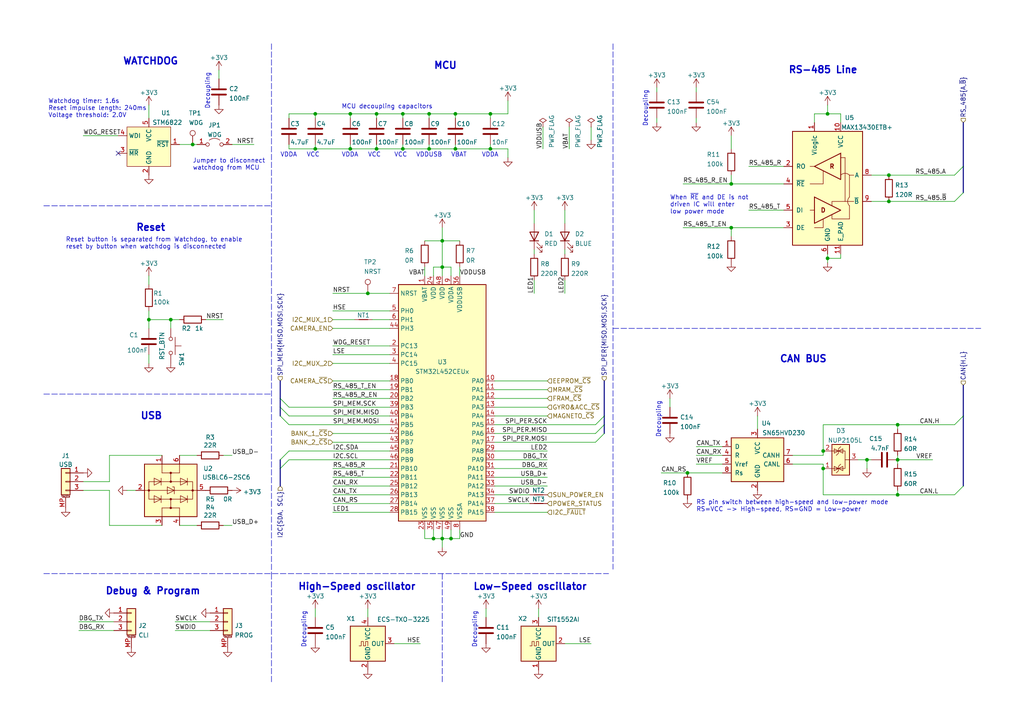
<source format=kicad_sch>
(kicad_sch (version 20211123) (generator eeschema)
  (paper "A4")
  (title_block (title "BUTCube - Flight controller") (date "2022-03-11") (rev "v1.0") (comment 1 "Author: Petr Malaník"))
  (lib_symbols
    (symbol "Connector:TestPoint" (pin_numbers hide) (pin_names (offset 0.762) hide)
      (property "Reference" "TP" (at 0 6.858 0))
      (property "Value" "TestPoint" (at 0 5.08 0))
      (symbol "TestPoint_1_1"
        (pin passive line (at 0 0 90) (length 2.54) (name "1") (number "1"))
      )
    )
    (symbol "Connector_Generic_MountingPin:Conn_01x03_MountingPin" (pin_names (offset 1.016) hide)
      (property "Reference" "J" (at 0 5.08 0))
      (property "Value" "Conn_01x03_MountingPin" (at 1.27 -5.08 0))
      (symbol "Conn_01x03_MountingPin_1_1"
        (text "Mounting" (at 0 -4.191 0) (effects (font (size 0.381 0.381))))
        (pin passive line (at -5.08 2.54 0) (length 3.81) (name "Pin_1") (number "1"))
        (pin passive line (at -5.08 0 0) (length 3.81) (name "Pin_2") (number "2"))
        (pin passive line (at -5.08 -2.54 0) (length 3.81) (name "Pin_3") (number "3"))
        (pin passive line (at 0 -7.62 90) (length 3.048) (name "MountPin") (number "MP"))
      )
    )
    (symbol "Device:C" (pin_numbers hide) (pin_names (offset 0.254))
      (property "Reference" "C" (at 0.635 2.54 0))
      (property "Value" "C" (at 0.635 -2.54 0))
      (symbol "C_1_1"
        (pin passive line (at 0 3.81 270) (length 2.794) (name "~") (number "1"))
        (pin passive line (at 0 -3.81 90) (length 2.794) (name "~") (number "2"))
      )
    )
    (symbol "Device:LED" (pin_numbers hide) (pin_names (offset 1.016) hide)
      (property "Reference" "D" (at 0 2.54 0))
      (property "Value" "LED" (at 0 -2.54 0))
      (symbol "LED_1_1"
        (pin passive line (at -3.81 0 0) (length 2.54) (name "K") (number "1"))
        (pin passive line (at 3.81 0 180) (length 2.54) (name "A") (number "2"))
      )
    )
    (symbol "Device:NetTie_2" (pin_numbers hide) (pin_names (offset 0) hide)
      (property "Reference" "NT" (at 0 1.27 0))
      (property "Value" "NetTie_2" (at 0 -1.27 0))
      (symbol "NetTie_2_1_1"
        (pin passive line (at -2.54 0 0) (length 2.54) (name "1") (number "1"))
        (pin passive line (at 2.54 0 180) (length 2.54) (name "2") (number "2"))
      )
    )
    (symbol "Device:R" (pin_numbers hide) (pin_names (offset 0))
      (property "Reference" "R" (at 2.032 0 90))
      (property "Value" "R" (at 0 0 90))
      (symbol "R_1_1"
        (pin passive line (at 0 3.81 270) (length 1.27) (name "~") (number "1"))
        (pin passive line (at 0 -3.81 90) (length 1.27) (name "~") (number "2"))
      )
    )
    (symbol "Interface_CAN_LIN:SN65HVD230" (pin_names (offset 1.016))
      (property "Reference" "U" (at -2.54 10.16 0))
      (property "Value" "SN65HVD230" (at -2.54 7.62 0))
      (symbol "SN65HVD230_1_1"
        (pin input line (at -10.16 2.54 0) (length 2.54) (name "D") (number "1"))
        (pin power_in line (at 0 -10.16 90) (length 2.54) (name "GND") (number "2"))
        (pin power_in line (at 0 7.62 270) (length 2.54) (name "VCC") (number "3"))
        (pin output line (at -10.16 0 0) (length 2.54) (name "R") (number "4"))
        (pin output line (at -10.16 -2.54 0) (length 2.54) (name "Vref") (number "5"))
        (pin bidirectional line (at 10.16 -2.54 180) (length 2.54) (name "CANL") (number "6"))
        (pin bidirectional line (at 10.16 0 180) (length 2.54) (name "CANH") (number "7"))
        (pin input line (at -10.16 -5.08 0) (length 2.54) (name "Rs") (number "8"))
      )
    )
    (symbol "Jumper:Jumper_2_Open" (pin_names (offset 0) hide)
      (property "Reference" "JP" (at 0 2.794 0))
      (property "Value" "Jumper_2_Open" (at 0 -2.286 0))
      (symbol "Jumper_2_Open_1_1"
        (pin passive line (at -5.08 0 0) (length 2.54) (name "A") (number "1"))
        (pin passive line (at 5.08 0 180) (length 2.54) (name "B") (number "2"))
      )
    )
    (symbol "LED_1" (pin_numbers hide) (pin_names (offset 1.016) hide)
      (property "Reference" "D" (at 0 2.54 0))
      (property "Value" "LED_1" (at 0 -2.54 0))
      (symbol "LED_1_1_1"
        (pin passive line (at -3.81 0 0) (length 2.54) (name "K") (number "1"))
        (pin passive line (at 3.81 0 180) (length 2.54) (name "A") (number "2"))
      )
    )
    (symbol "MCU_ST_STM32L4:STM32L452CEUx"
      (property "Reference" "U" (at -12.7 34.29 0))
      (property "Value" "STM32L452CEUx" (at 7.62 34.29 0))
      (symbol "STM32L452CEUx_1_1"
        (pin power_in line (at -5.08 35.56 270) (length 2.54) (name "VBAT") (number "1"))
        (pin bidirectional line (at 15.24 5.08 180) (length 2.54) (name "PA0") (number "10"))
        (pin bidirectional line (at 15.24 2.54 180) (length 2.54) (name "PA1") (number "11"))
        (pin bidirectional line (at 15.24 0 180) (length 2.54) (name "PA2") (number "12"))
        (pin bidirectional line (at 15.24 -2.54 180) (length 2.54) (name "PA3") (number "13"))
        (pin bidirectional line (at 15.24 -5.08 180) (length 2.54) (name "PA4") (number "14"))
        (pin bidirectional line (at 15.24 -7.62 180) (length 2.54) (name "PA5") (number "15"))
        (pin bidirectional line (at 15.24 -10.16 180) (length 2.54) (name "PA6") (number "16"))
        (pin bidirectional line (at 15.24 -12.7 180) (length 2.54) (name "PA7") (number "17"))
        (pin bidirectional line (at -15.24 5.08 0) (length 2.54) (name "PB0") (number "18"))
        (pin bidirectional line (at -15.24 2.54 0) (length 2.54) (name "PB1") (number "19"))
        (pin bidirectional line (at -15.24 15.24 0) (length 2.54) (name "PC13") (number "2"))
        (pin bidirectional line (at -15.24 0 0) (length 2.54) (name "PB2") (number "20"))
        (pin bidirectional line (at -15.24 -20.32 0) (length 2.54) (name "PB10") (number "21"))
        (pin bidirectional line (at -15.24 -22.86 0) (length 2.54) (name "PB11") (number "22"))
        (pin power_in line (at -5.08 -38.1 90) (length 2.54) (name "VSS") (number "23"))
        (pin power_in line (at -2.54 35.56 270) (length 2.54) (name "VDD") (number "24"))
        (pin bidirectional line (at -15.24 -25.4 0) (length 2.54) (name "PB12") (number "25"))
        (pin bidirectional line (at -15.24 -27.94 0) (length 2.54) (name "PB13") (number "26"))
        (pin bidirectional line (at -15.24 -30.48 0) (length 2.54) (name "PB14") (number "27"))
        (pin bidirectional line (at -15.24 -33.02 0) (length 2.54) (name "PB15") (number "28"))
        (pin bidirectional line (at 15.24 -15.24 180) (length 2.54) (name "PA8") (number "29"))
        (pin bidirectional line (at -15.24 12.7 0) (length 2.54) (name "PC14") (number "3"))
        (pin bidirectional line (at 15.24 -17.78 180) (length 2.54) (name "PA9") (number "30"))
        (pin bidirectional line (at 15.24 -20.32 180) (length 2.54) (name "PA10") (number "31"))
        (pin bidirectional line (at 15.24 -22.86 180) (length 2.54) (name "PA11") (number "32"))
        (pin bidirectional line (at 15.24 -25.4 180) (length 2.54) (name "PA12") (number "33"))
        (pin bidirectional line (at 15.24 -27.94 180) (length 2.54) (name "PA13") (number "34"))
        (pin power_in line (at -2.54 -38.1 90) (length 2.54) (name "VSS") (number "35"))
        (pin power_in line (at 5.08 35.56 270) (length 2.54) (name "VDDUSB") (number "36"))
        (pin bidirectional line (at 15.24 -30.48 180) (length 2.54) (name "PA14") (number "37"))
        (pin bidirectional line (at 15.24 -33.02 180) (length 2.54) (name "PA15") (number "38"))
        (pin bidirectional line (at -15.24 -2.54 0) (length 2.54) (name "PB3") (number "39"))
        (pin bidirectional line (at -15.24 10.16 0) (length 2.54) (name "PC15") (number "4"))
        (pin bidirectional line (at -15.24 -5.08 0) (length 2.54) (name "PB4") (number "40"))
        (pin bidirectional line (at -15.24 -7.62 0) (length 2.54) (name "PB5") (number "41"))
        (pin bidirectional line (at -15.24 -10.16 0) (length 2.54) (name "PB6") (number "42"))
        (pin bidirectional line (at -15.24 -12.7 0) (length 2.54) (name "PB7") (number "43"))
        (pin bidirectional line (at -15.24 20.32 0) (length 2.54) (name "PH3") (number "44"))
        (pin bidirectional line (at -15.24 -15.24 0) (length 2.54) (name "PB8") (number "45"))
        (pin bidirectional line (at -15.24 -17.78 0) (length 2.54) (name "PB9") (number "46"))
        (pin power_in line (at 0 -38.1 90) (length 2.54) (name "VSS") (number "47"))
        (pin power_in line (at 0 35.56 270) (length 2.54) (name "VDD") (number "48"))
        (pin power_in line (at 2.54 -38.1 90) (length 2.54) (name "VSS") (number "49"))
        (pin input line (at -15.24 25.4 0) (length 2.54) (name "PH0") (number "5"))
        (pin input line (at -15.24 22.86 0) (length 2.54) (name "PH1") (number "6"))
        (pin input line (at -15.24 30.48 0) (length 2.54) (name "NRST") (number "7"))
        (pin power_in line (at 5.08 -38.1 90) (length 2.54) (name "VSSA") (number "8"))
        (pin power_in line (at 2.54 35.56 270) (length 2.54) (name "VDDA") (number "9"))
      )
    )
    (symbol "Power_Protection:NUP2105L" (pin_names hide)
      (property "Reference" "D" (at 5.715 2.54 0))
      (property "Value" "NUP2105L" (at 5.715 0.635 0))
      (symbol "NUP2105L_0_0"
        (pin passive line (at 0 -5.08 90) (length 2.54) (name "A") (number "3"))
      )
      (symbol "NUP2105L_1_1"
        (pin passive line (at -2.54 5.08 270) (length 2.54) (name "K") (number "1"))
        (pin passive line (at 2.54 5.08 270) (length 2.54) (name "K") (number "2"))
      )
    )
    (symbol "Power_Protection:USBLC6-2SC6" (pin_names hide)
      (property "Reference" "U" (at 2.54 8.89 0))
      (property "Value" "USBLC6-2SC6" (at 2.54 -8.89 0))
      (symbol "USBLC6-2SC6_1_1"
        (pin passive line (at -10.16 -2.54 0) (length 2.54) (name "I/O1") (number "1"))
        (pin passive line (at 0 -10.16 90) (length 2.54) (name "GND") (number "2"))
        (pin passive line (at 10.16 -2.54 180) (length 2.54) (name "I/O2") (number "3"))
        (pin passive line (at 10.16 2.54 180) (length 2.54) (name "I/O2") (number "4"))
        (pin passive line (at 0 10.16 270) (length 2.54) (name "VBUS") (number "5"))
        (pin passive line (at -10.16 2.54 0) (length 2.54) (name "I/O1") (number "6"))
      )
    )
    (symbol "Switch:SW_Push" (pin_numbers hide) (pin_names (offset 1.016) hide)
      (property "Reference" "SW" (at 1.27 2.54 0))
      (property "Value" "SW_Push" (at 0 -1.524 0))
      (symbol "SW_Push_0_1"
        (pin passive line (at -5.08 0 0) (length 2.54) (name "1") (number "1"))
        (pin passive line (at 5.08 0 180) (length 2.54) (name "2") (number "2"))
      )
    )
    (symbol "TCY_IC:MAX13430ETB+" (pin_names (offset 1.016))
      (property "Reference" "U" (at -10.16 19.05 0))
      (property "Value" "MAX13430ETB+" (at 5.08 19.05 0))
      (symbol "MAX13430ETB+_0_0"
        (text "D" (at -1.27 -5.08 0) (effects (font (size 1.27 1.27) bold)))
        (text "R" (at 1.27 7.62 0) (effects (font (size 1.27 1.27) bold)))
      )
      (symbol "MAX13430ETB+_1_1"
        (pin power_in line (at -3.81 20.32 270) (length 2.54) (name "Vlogic") (number "1"))
        (pin power_in line (at 3.81 20.32 270) (length 2.54) (name "VCC") (number "10"))
        (pin power_in line (at 3.81 -17.78 90) (length 2.54) (name "E_PAD") (number "11"))
        (pin output line (at -12.7 7.62 0) (length 2.54) (name "RO") (number "2"))
        (pin input line (at -12.7 -10.16 0) (length 2.54) (name "DE") (number "3"))
        (pin input line (at -12.7 2.54 0) (length 2.54) (name "~{RE}") (number "4"))
        (pin input line (at -12.7 -5.08 0) (length 2.54) (name "DI") (number "5"))
        (pin power_in line (at 0 -17.78 90) (length 2.54) (name "GND") (number "6"))
        (pin no_connect line (at 10.16 1.27 180) (length 2.54) hide (name "NC") (number "7"))
        (pin input line (at 12.7 5.08 180) (length 2.54) (name "A") (number "8"))
        (pin input line (at 12.7 -2.54 180) (length 2.54) (name "~{B}") (number "9"))
      )
    )
    (symbol "TCY_IC:STM6822"
      (property "Reference" "U" (at 6.35 13.97 0))
      (property "Value" "STM6822" (at 6.35 16.51 0))
      (symbol "STM6822_1_1"
        (pin open_collector line (at 8.89 6.35 180) (length 2.54) (name "~{RST}") (number "1"))
        (pin passive line (at 0 -2.54 90) (length 2.54) (name "GND") (number "2"))
        (pin input line (at -8.89 3.81 0) (length 2.54) (name "~{MR}") (number "3"))
        (pin input line (at -8.89 8.89 0) (length 2.54) (name "WDI") (number "4"))
        (pin power_in line (at 0 13.97 270) (length 2.54) (name "VCC") (number "5"))
      )
    )
    (symbol "TCY_ocillators:ECS-TXO-3225" (pin_names (offset 0.254))
      (property "Reference" "X" (at -6.35 6.35 0))
      (property "Value" "ECS-TXO-3225" (at 1.27 6.35 0))
      (symbol "ECS-TXO-3225_1_1"
        (pin no_connect line (at -7.62 0 0) (length 2.54) hide (name "NC") (number "1"))
        (pin power_in line (at 0 -7.62 90) (length 2.54) (name "GND") (number "2"))
        (pin output line (at 7.62 0 180) (length 2.54) (name "OUT") (number "3"))
        (pin power_in line (at 0 7.62 270) (length 2.54) (name "VCC") (number "4"))
      )
    )
    (symbol "TCY_ocillators:SiT1552AI" (pin_names (offset 0.254))
      (property "Reference" "X" (at -6.35 6.35 0))
      (property "Value" "SiT1552AI" (at 1.27 6.35 0))
      (symbol "SiT1552AI_1_1"
        (pin power_in line (at 0 -7.62 90) (length 2.54) (name "GND") (number "1"))
        (pin output line (at 7.62 0 180) (length 2.54) (name "OUT") (number "2"))
        (pin power_in line (at 0 7.62 270) (length 2.54) (name "VCC") (number "3"))
        (pin power_in line (at 0 -7.62 90) (length 2.54) hide (name "GND") (number "4"))
      )
    )
    (symbol "power:+3.3V" (power) (pin_names (offset 0))
      (property "Value" "+3.3V" (at 0 3.556 0))
      (symbol "+3.3V_1_1"
        (pin power_in line (at 0 0 90) (length 0) hide (name "+3V3") (number "1"))
      )
    )
    (symbol "power:GND" (power) (pin_names (offset 0))
      (property "Value" "GND" (at 0 -3.81 0))
      (symbol "GND_1_1"
        (pin power_in line (at 0 0 270) (length 0) hide (name "GND") (number "1"))
      )
    )
    (symbol "power:PWR_FLAG" (power) (pin_numbers hide) (pin_names (offset 0) hide)
      (property "Value" "PWR_FLAG" (at 0 3.81 0))
      (symbol "PWR_FLAG_0_0"
        (pin power_out line (at 0 0 90) (length 0) (name "pwr") (number "1"))
      )
    )
  )
  (junction (at 106.68 85.09))
  (junction (at 128.27 77.47) (diameter 0.9144))
  (junction (at 43.18 92.71) (diameter 0.9144))
  (junction (at 260.35 133.35) (diameter 0.9144))
  (junction (at 128.27 156.21) (diameter 0.9144))
  (junction (at 101.6 43.18) (diameter 0.9144))
  (junction (at 240.03 74.93) (diameter 0.9144))
  (junction (at 212.09 66.04) (diameter 0.9144))
  (junction (at 101.6 33.02) (diameter 0.9144))
  (junction (at 91.44 43.18) (diameter 0.9144))
  (junction (at 251.46 133.35) (diameter 0.9144))
  (junction (at 260.35 143.51) (diameter 0.9144))
  (junction (at 142.24 43.18) (diameter 0.9144))
  (junction (at 260.35 123.19) (diameter 0.9144))
  (junction (at 132.08 33.02) (diameter 0.9144))
  (junction (at 199.39 137.16) (diameter 0.9144))
  (junction (at 49.53 92.71) (diameter 0.9144))
  (junction (at 238.76 135.89) (diameter 0.9144))
  (junction (at 116.84 33.02) (diameter 0.9144))
  (junction (at 132.08 43.18) (diameter 0.9144))
  (junction (at 109.22 43.18) (diameter 0.9144))
  (junction (at 116.84 43.18) (diameter 0.9144))
  (junction (at 91.44 33.02) (diameter 0.9144))
  (junction (at 109.22 33.02) (diameter 0.9144))
  (junction (at 125.73 156.21) (diameter 0.9144))
  (junction (at 124.46 43.18) (diameter 0.9144))
  (junction (at 257.81 58.42) (diameter 0.9144))
  (junction (at 124.46 33.02) (diameter 0.9144))
  (junction (at 257.81 50.8) (diameter 0.9144))
  (junction (at 128.27 69.85) (diameter 0.9144))
  (junction (at 212.09 53.34) (diameter 0.9144))
  (junction (at 55.88 41.91) (diameter 0.9144))
  (junction (at 142.24 33.02) (diameter 0.9144))
  (junction (at 240.03 33.02) (diameter 0.9144))
  (junction (at 238.76 130.81) (diameter 0.9144))
  (junction (at 130.81 156.21) (diameter 0.9144))
  (no_connect (at 34.29 44.45))
  (bus_entry (at 81.28 120.65) (size 2.54 2.54))
  (bus_entry (at 279.4 140.97) (size -2.54 2.54))
  (bus_entry (at 81.28 118.11) (size 2.54 2.54))
  (bus_entry (at 279.4 48.26) (size -2.54 2.54))
  (bus_entry (at 175.26 123.19) (size -2.54 2.54))
  (bus_entry (at 279.4 55.88) (size -2.54 2.54))
  (bus_entry (at 175.26 120.65) (size -2.54 2.54))
  (bus_entry (at 279.4 120.65) (size -2.54 2.54))
  (bus_entry (at 175.26 125.73) (size -2.54 2.54))
  (bus_entry (at 81.28 133.35) (size 2.54 -2.54))
  (bus_entry (at 81.28 135.89) (size 2.54 -2.54))
  (bus_entry (at 81.28 115.57) (size 2.54 2.54))
  (wire (pts (xy 96.52 113.03) (xy 113.03 113.03)))
  (polyline (pts (xy 12.7 166.37) (xy 176.53 166.37)) (stroke (width 0) (type dash)))
  (wire (pts (xy 257.81 50.8) (xy 276.86 50.8)))
  (wire (pts (xy 96.52 102.87) (xy 113.03 102.87)))
  (wire (pts (xy 52.07 152.4) (xy 57.15 152.4)))
  (wire (pts (xy 43.18 80.01) (xy 43.18 82.55)))
  (wire (pts (xy 198.12 53.34) (xy 212.09 53.34)))
  (wire (pts (xy 60.96 182.88) (xy 50.8 182.88)))
  (wire (pts (xy 24.13 142.24) (xy 31.75 142.24)))
  (wire (pts (xy 260.35 133.35) (xy 270.51 133.35)))
  (wire (pts (xy 143.51 128.27) (xy 172.72 128.27)))
  (wire (pts (xy 260.35 142.24) (xy 260.35 143.51)))
  (wire (pts (xy 142.24 43.18) (xy 147.32 43.18)))
  (wire (pts (xy 147.32 43.18) (xy 147.32 45.72)))
  (wire (pts (xy 83.82 118.11) (xy 113.03 118.11)))
  (wire (pts (xy 109.22 43.18) (xy 101.6 43.18)))
  (wire (pts (xy 114.3 186.69) (xy 121.92 186.69)))
  (wire (pts (xy 143.51 138.43) (xy 158.75 138.43)))
  (wire (pts (xy 163.83 81.28) (xy 163.83 85.09)))
  (wire (pts (xy 238.76 135.89) (xy 238.76 143.51)))
  (wire (pts (xy 128.27 69.85) (xy 128.27 77.47)))
  (wire (pts (xy 154.94 81.28) (xy 154.94 85.09)))
  (bus (pts (xy 175.26 120.65) (xy 175.26 123.19)))
  (wire (pts (xy 125.73 77.47) (xy 128.27 77.47)))
  (wire (pts (xy 123.19 69.85) (xy 128.27 69.85)))
  (wire (pts (xy 128.27 69.85) (xy 133.35 69.85)))
  (wire (pts (xy 201.93 25.4) (xy 201.93 26.67)))
  (bus (pts (xy 279.4 35.56) (xy 279.4 48.26)))
  (wire (pts (xy 143.51 146.05) (xy 153.67 146.05)))
  (wire (pts (xy 83.82 133.35) (xy 113.03 133.35)))
  (wire (pts (xy 31.75 142.24) (xy 31.75 152.4)))
  (wire (pts (xy 125.73 153.67) (xy 125.73 156.21)))
  (bus (pts (xy 81.28 118.11) (xy 81.28 120.65)))
  (wire (pts (xy 96.52 92.71) (xy 102.87 92.71)))
  (bus (pts (xy 279.4 120.65) (xy 279.4 140.97)))
  (wire (pts (xy 96.52 110.49) (xy 113.03 110.49)))
  (wire (pts (xy 219.71 120.65) (xy 219.71 124.46)))
  (wire (pts (xy 156.21 176.53) (xy 156.21 179.07)))
  (wire (pts (xy 96.52 143.51) (xy 113.03 143.51)))
  (bus (pts (xy 81.28 115.57) (xy 81.28 118.11)))
  (wire (pts (xy 64.77 132.08) (xy 67.31 132.08)))
  (wire (pts (xy 96.52 100.33) (xy 113.03 100.33)))
  (wire (pts (xy 143.51 123.19) (xy 172.72 123.19)))
  (wire (pts (xy 163.83 186.69) (xy 171.45 186.69)))
  (wire (pts (xy 190.5 25.4) (xy 190.5 26.67)))
  (wire (pts (xy 143.51 148.59) (xy 158.75 148.59)))
  (wire (pts (xy 130.81 153.67) (xy 130.81 156.21)))
  (wire (pts (xy 201.93 129.54) (xy 209.55 129.54)))
  (wire (pts (xy 33.02 180.34) (xy 22.86 180.34)))
  (wire (pts (xy 143.51 115.57) (xy 158.75 115.57)))
  (wire (pts (xy 116.84 41.91) (xy 116.84 43.18)))
  (wire (pts (xy 201.93 134.62) (xy 209.55 134.62)))
  (wire (pts (xy 217.17 60.96) (xy 227.33 60.96)))
  (wire (pts (xy 260.35 143.51) (xy 238.76 143.51)))
  (wire (pts (xy 260.35 143.51) (xy 276.86 143.51)))
  (wire (pts (xy 101.6 43.18) (xy 101.6 41.91)))
  (wire (pts (xy 252.73 50.8) (xy 257.81 50.8)))
  (wire (pts (xy 109.22 33.02) (xy 116.84 33.02)))
  (wire (pts (xy 109.22 34.29) (xy 109.22 33.02)))
  (wire (pts (xy 116.84 33.02) (xy 124.46 33.02)))
  (wire (pts (xy 124.46 33.02) (xy 132.08 33.02)))
  (wire (pts (xy 132.08 33.02) (xy 132.08 34.29)))
  (polyline (pts (xy 12.7 114.3) (xy 78.74 114.3)) (stroke (width 0) (type dash)))
  (wire (pts (xy 143.51 135.89) (xy 158.75 135.89)))
  (wire (pts (xy 190.5 34.29) (xy 190.5 35.56)))
  (wire (pts (xy 59.69 92.71) (xy 64.77 92.71)))
  (polyline (pts (xy 78.74 166.37) (xy 78.74 198.12)) (stroke (width 0) (type dash)))
  (wire (pts (xy 96.52 85.09) (xy 106.68 85.09)))
  (wire (pts (xy 83.82 43.18) (xy 83.82 41.91)))
  (wire (pts (xy 91.44 41.91) (xy 91.44 43.18)))
  (wire (pts (xy 91.44 43.18) (xy 83.82 43.18)))
  (wire (pts (xy 133.35 77.47) (xy 133.35 80.01)))
  (wire (pts (xy 212.09 39.37) (xy 212.09 43.18)))
  (wire (pts (xy 252.73 58.42) (xy 257.81 58.42)))
  (wire (pts (xy 142.24 33.02) (xy 142.24 34.29)))
  (bus (pts (xy 175.26 110.49) (xy 175.26 120.65)))
  (wire (pts (xy 128.27 69.85) (xy 128.27 66.04)))
  (wire (pts (xy 96.52 140.97) (xy 113.03 140.97)))
  (wire (pts (xy 101.6 34.29) (xy 101.6 33.02)))
  (wire (pts (xy 154.94 60.96) (xy 154.94 64.77)))
  (wire (pts (xy 154.94 72.39) (xy 154.94 73.66)))
  (wire (pts (xy 24.13 139.7) (xy 31.75 139.7)))
  (wire (pts (xy 43.18 92.71) (xy 49.53 92.71)))
  (wire (pts (xy 49.53 92.71) (xy 52.07 92.71)))
  (polyline (pts (xy 78.74 12.7) (xy 78.74 166.37)) (stroke (width 0) (type dash)))
  (wire (pts (xy 212.09 66.04) (xy 212.09 68.58)))
  (wire (pts (xy 140.97 176.53) (xy 140.97 179.07)))
  (bus (pts (xy 175.26 123.19) (xy 175.26 125.73)))
  (wire (pts (xy 243.84 73.66) (xy 243.84 74.93)))
  (wire (pts (xy 243.84 74.93) (xy 240.03 74.93)))
  (wire (pts (xy 106.68 176.53) (xy 106.68 179.07)))
  (wire (pts (xy 67.31 41.91) (xy 73.66 41.91)))
  (wire (pts (xy 217.17 48.26) (xy 227.33 48.26)))
  (wire (pts (xy 201.93 132.08) (xy 209.55 132.08)))
  (wire (pts (xy 83.82 33.02) (xy 91.44 33.02)))
  (wire (pts (xy 83.82 34.29) (xy 83.82 33.02)))
  (wire (pts (xy 91.44 33.02) (xy 91.44 34.29)))
  (wire (pts (xy 49.53 92.71) (xy 49.53 95.25)))
  (wire (pts (xy 123.19 77.47) (xy 123.19 80.01)))
  (polyline (pts (xy 177.8 12.7) (xy 177.8 165.1)) (stroke (width 0) (type dash)))
  (wire (pts (xy 240.03 73.66) (xy 240.03 74.93)))
  (wire (pts (xy 240.03 74.93) (xy 240.03 76.2)))
  (wire (pts (xy 243.84 33.02) (xy 240.03 33.02)))
  (wire (pts (xy 243.84 35.56) (xy 243.84 33.02)))
  (wire (pts (xy 128.27 153.67) (xy 128.27 156.21)))
  (wire (pts (xy 96.52 105.41) (xy 113.03 105.41)))
  (wire (pts (xy 91.44 33.02) (xy 101.6 33.02)))
  (wire (pts (xy 143.51 113.03) (xy 158.75 113.03)))
  (wire (pts (xy 123.19 156.21) (xy 123.19 153.67)))
  (wire (pts (xy 125.73 156.21) (xy 123.19 156.21)))
  (wire (pts (xy 128.27 156.21) (xy 125.73 156.21)))
  (wire (pts (xy 128.27 158.75) (xy 128.27 156.21)))
  (wire (pts (xy 143.51 140.97) (xy 158.75 140.97)))
  (wire (pts (xy 36.83 142.24) (xy 39.37 142.24)))
  (wire (pts (xy 142.24 41.91) (xy 142.24 43.18)))
  (wire (pts (xy 96.52 146.05) (xy 113.03 146.05)))
  (wire (pts (xy 43.18 90.17) (xy 43.18 92.71)))
  (wire (pts (xy 83.82 120.65) (xy 113.03 120.65)))
  (wire (pts (xy 171.45 36.83) (xy 171.45 40.64)))
  (wire (pts (xy 163.83 60.96) (xy 163.83 64.77)))
  (wire (pts (xy 124.46 33.02) (xy 124.46 34.29)))
  (wire (pts (xy 83.82 130.81) (xy 113.03 130.81)))
  (wire (pts (xy 101.6 33.02) (xy 109.22 33.02)))
  (wire (pts (xy 31.75 152.4) (xy 46.99 152.4)))
  (bus (pts (xy 81.28 135.89) (xy 81.28 140.97)))
  (wire (pts (xy 165.1 36.83) (xy 165.1 43.18)))
  (wire (pts (xy 198.12 66.04) (xy 212.09 66.04)))
  (wire (pts (xy 212.09 66.04) (xy 227.33 66.04)))
  (bus (pts (xy 279.4 111.76) (xy 279.4 120.65)))
  (wire (pts (xy 191.77 137.16) (xy 199.39 137.16)))
  (wire (pts (xy 83.82 123.19) (xy 113.03 123.19)))
  (wire (pts (xy 124.46 41.91) (xy 124.46 43.18)))
  (wire (pts (xy 107.95 92.71) (xy 113.03 92.71)))
  (wire (pts (xy 96.52 138.43) (xy 113.03 138.43)))
  (wire (pts (xy 132.08 33.02) (xy 142.24 33.02)))
  (wire (pts (xy 31.75 132.08) (xy 46.99 132.08)))
  (wire (pts (xy 199.39 137.16) (xy 209.55 137.16)))
  (wire (pts (xy 64.77 152.4) (xy 67.31 152.4)))
  (wire (pts (xy 163.83 72.39) (xy 163.83 73.66)))
  (wire (pts (xy 96.52 125.73) (xy 113.03 125.73)))
  (wire (pts (xy 63.5 20.32) (xy 63.5 22.86)))
  (wire (pts (xy 96.52 128.27) (xy 113.03 128.27)))
  (wire (pts (xy 43.18 102.87) (xy 43.18 105.41)))
  (wire (pts (xy 238.76 123.19) (xy 238.76 130.81)))
  (wire (pts (xy 96.52 115.57) (xy 113.03 115.57)))
  (wire (pts (xy 128.27 77.47) (xy 128.27 80.01)))
  (wire (pts (xy 201.93 34.29) (xy 201.93 35.56)))
  (bus (pts (xy 81.28 133.35) (xy 81.28 135.89)))
  (polyline (pts (xy 128.27 166.37) (xy 128.27 198.12)) (stroke (width 0) (type dash)))
  (wire (pts (xy 236.22 33.02) (xy 240.03 33.02)))
  (wire (pts (xy 236.22 35.56) (xy 236.22 33.02)))
  (wire (pts (xy 240.03 33.02) (xy 240.03 30.48)))
  (wire (pts (xy 143.51 110.49) (xy 158.75 110.49)))
  (wire (pts (xy 142.24 33.02) (xy 147.32 33.02)))
  (wire (pts (xy 260.35 134.62) (xy 260.35 133.35)))
  (wire (pts (xy 52.07 41.91) (xy 55.88 41.91)))
  (wire (pts (xy 55.88 41.91) (xy 57.15 41.91)))
  (wire (pts (xy 130.81 77.47) (xy 128.27 77.47)))
  (wire (pts (xy 130.81 80.01) (xy 130.81 77.47)))
  (wire (pts (xy 43.18 92.71) (xy 43.18 95.25)))
  (wire (pts (xy 96.52 95.25) (xy 113.03 95.25)))
  (wire (pts (xy 143.51 143.51) (xy 153.67 143.51)))
  (wire (pts (xy 229.87 132.08) (xy 238.76 132.08)))
  (wire (pts (xy 238.76 132.08) (xy 238.76 130.81)))
  (wire (pts (xy 143.51 133.35) (xy 158.75 133.35)))
  (wire (pts (xy 96.52 148.59) (xy 113.03 148.59)))
  (wire (pts (xy 24.13 39.37) (xy 34.29 39.37)))
  (wire (pts (xy 194.31 115.57) (xy 194.31 118.11)))
  (wire (pts (xy 128.27 156.21) (xy 130.81 156.21)))
  (wire (pts (xy 130.81 156.21) (xy 133.35 156.21)))
  (wire (pts (xy 133.35 156.21) (xy 133.35 153.67)))
  (wire (pts (xy 143.51 118.11) (xy 158.75 118.11)))
  (wire (pts (xy 143.51 120.65) (xy 158.75 120.65)))
  (wire (pts (xy 132.08 43.18) (xy 142.24 43.18)))
  (wire (pts (xy 52.07 132.08) (xy 57.15 132.08)))
  (wire (pts (xy 257.81 58.42) (xy 276.86 58.42)))
  (polyline (pts (xy 12.7 59.69) (xy 78.74 59.69)) (stroke (width 0) (type dash)))
  (bus (pts (xy 279.4 48.26) (xy 279.4 55.88)))
  (wire (pts (xy 143.51 130.81) (xy 158.75 130.81)))
  (polyline (pts (xy 177.8 95.25) (xy 284.48 95.25)) (stroke (width 0) (type dash)))
  (wire (pts (xy 96.52 135.89) (xy 113.03 135.89)))
  (wire (pts (xy 31.75 139.7) (xy 31.75 132.08)))
  (wire (pts (xy 91.44 176.53) (xy 91.44 179.07)))
  (wire (pts (xy 260.35 123.19) (xy 238.76 123.19)))
  (wire (pts (xy 60.96 180.34) (xy 50.8 180.34)))
  (wire (pts (xy 212.09 50.8) (xy 212.09 53.34)))
  (wire (pts (xy 109.22 43.18) (xy 109.22 41.91)))
  (wire (pts (xy 116.84 43.18) (xy 109.22 43.18)))
  (wire (pts (xy 124.46 43.18) (xy 116.84 43.18)))
  (wire (pts (xy 132.08 41.91) (xy 132.08 43.18)))
  (wire (pts (xy 132.08 43.18) (xy 124.46 43.18)))
  (wire (pts (xy 125.73 77.47) (xy 125.73 80.01)))
  (wire (pts (xy 229.87 134.62) (xy 238.76 134.62)))
  (wire (pts (xy 238.76 134.62) (xy 238.76 135.89)))
  (wire (pts (xy 157.48 36.83) (xy 157.48 43.18)))
  (wire (pts (xy 91.44 43.18) (xy 101.6 43.18)))
  (wire (pts (xy 43.18 30.48) (xy 43.18 34.29)))
  (wire (pts (xy 143.51 125.73) (xy 172.72 125.73)))
  (wire (pts (xy 147.32 29.21) (xy 147.32 33.02)))
  (wire (pts (xy 33.02 182.88) (xy 22.86 182.88)))
  (wire (pts (xy 212.09 53.34) (xy 227.33 53.34)))
  (bus (pts (xy 81.28 110.49) (xy 81.28 115.57)))
  (wire (pts (xy 248.92 133.35) (xy 251.46 133.35)))
  (wire (pts (xy 251.46 133.35) (xy 251.46 135.89)))
  (wire (pts (xy 96.52 90.17) (xy 113.03 90.17)))
  (wire (pts (xy 260.35 132.08) (xy 260.35 133.35)))
  (wire (pts (xy 260.35 123.19) (xy 260.35 124.46)))
  (wire (pts (xy 260.35 123.19) (xy 276.86 123.19)))
  (wire (pts (xy 106.68 85.09) (xy 113.03 85.09)))
  (wire (pts (xy 116.84 33.02) (xy 116.84 34.29)))
  (wire (pts (xy 251.46 133.35) (xy 252.73 133.35)))
  (text "VCC" (at 106.68 45.72 0) (effects (font (size 1.27 1.27)) (justify left bottom)))
  (text "Jumper to disconnect\nwatchdog from MCU" (at 55.88 49.53 0) (effects (font (size 1.27 1.27)) (justify left bottom)))
  (text "VCC" (at 88.9 45.72 0) (effects (font (size 1.27 1.27)) (justify left bottom)))
  (text "Decoupling" (at 88.9 187.96 90) (effects (font (size 1.27 1.27)) (justify left bottom)))
  (text "MCU" (at 125.73 20.32 0) (effects (font (size 2 2) (thickness 0.4) bold) (justify left bottom)))
  (text "CAN BUS" (at 226.06 105.41 0) (effects (font (size 2 2) (thickness 0.4) bold) (justify left bottom)))
  (text "WATCHDOG" (at 35.56 19.05 0) (effects (font (size 2 2) (thickness 0.4) bold) (justify left bottom)))
  (text "When ~{RE} and DE is not\ndriven IC will enter\nlow power mode" (at 194.31 62.23 0) (effects (font (size 1.27 1.27)) (justify left bottom)))
  (text "MCU decoupling capacitors" (at 99.06 31.75 0) (effects (font (size 1.27 1.27)) (justify left bottom)))
  (text "VBAT" (at 130.81 45.72 0) (effects (font (size 1.27 1.27)) (justify left bottom)))
  (text "VDDUSB" (at 120.65 45.72 0) (effects (font (size 1.27 1.27)) (justify left bottom)))
  (text "Decoupling" (at 187.96 36.83 90) (effects (font (size 1.27 1.27)) (justify left bottom)))
  (text "Reset button is separated from Watchdog, to enable\nreset by button when watchdog is disconnected" (at 19.05 72.39 0) (effects (font (size 1.27 1.27)) (justify left bottom)))
  (text "VDDA" (at 139.7 45.72 0) (effects (font (size 1.27 1.27)) (justify left bottom)))
  (text "RS-485 Line" (at 228.6 21.59 0) (effects (font (size 2 2) (thickness 0.4) bold) (justify left bottom)))
  (text "Reset" (at 39.37 67.31 0) (effects (font (size 2 2) (thickness 0.4) bold) (justify left bottom)))
  (text "Low-Speed oscillator" (at 137.16 171.45 0) (effects (font (size 2 2) (thickness 0.4) bold) (justify left bottom)))
  (text "Decoupling" (at 191.77 127 90) (effects (font (size 1.27 1.27)) (justify left bottom)))
  (text "Decoupling" (at 138.43 187.96 90) (effects (font (size 1.27 1.27)) (justify left bottom)))
  (text "Decoupling" (at 60.96 31.75 90) (effects (font (size 1.27 1.27)) (justify left bottom)))
  (text "VCC" (at 114.3 45.72 0) (effects (font (size 1.27 1.27)) (justify left bottom)))
  (text "RS pin switch between high-speed and low-power mode\nRS=VCC -> High-speed, RS=GND = Low-power" (at 201.93 148.59 0) (effects (font (size 1.27 1.27)) (justify left bottom)))
  (text "VDDA" (at 81.28 45.72 0) (effects (font (size 1.27 1.27)) (justify left bottom)))
  (text "High-Speed oscillator" (at 86.36 171.45 0) (effects (font (size 2 2) (thickness 0.4) bold) (justify left bottom)))
  (text "VDDA" (at 99.06 45.72 0) (effects (font (size 1.27 1.27)) (justify left bottom)))
  (text "USB" (at 40.64 121.92 0) (effects (font (size 2 2) (thickness 0.4) bold) (justify left bottom)))
  (text "Watchdog timer: 1.6s\nReset impulse length: 240ms\nVoltage threshold: 2.0V" (at 13.97 34.29 0) (effects (font (size 1.27 1.27)) (justify left bottom)))
  (text "Debug & Program" (at 30.48 172.72 0) (effects (font (size 2 2) (thickness 0.4) bold) (justify left bottom)))
  (label "CAN.H" (at 266.7 123.19 0))
  (label "CAN_RS" (at 191.77 137.16 0))
  (label "RS_485_R_EN" (at 198.12 53.34 0))
  (label "SWDIO" (at 50.8 182.88 0))
  (label "VREF" (at 270.51 133.35 180))
  (label "DBG_TX" (at 22.86 180.34 0))
  (label "CAN.L" (at 266.7 143.51 0))
  (label "RS_485_R_EN" (at 96.52 115.57 0))
  (label "SWDIO" (at 153.67 143.51 180))
  (label "VREF" (at 201.93 134.62 0))
  (label "RS_485_T_EN" (at 96.52 113.03 0))
  (label "NRST" (at 96.52 85.09 0))
  (label "HSE" (at 121.92 186.69 180))
  (label "CAN_RX" (at 201.93 132.08 0))
  (label "SPI_MEM.MISO" (at 96.52 120.65 0))
  (label "RS_485_R" (at 96.52 135.89 0))
  (label "WDG_RESET" (at 96.52 100.33 0))
  (label "VDDUSB" (at 157.48 43.18 90))
  (label "VBAT" (at 165.1 43.18 90))
  (label "SPI_MEM.SCK" (at 96.52 118.11 0))
  (label "WDG_RESET" (at 24.13 39.37 0))
  (label "LED2" (at 163.83 85.09 90))
  (label "DBG_RX" (at 158.75 135.89 180))
  (label "RS_485_R" (at 217.17 48.26 0))
  (label "RS_485.A" (at 265.43 50.8 0))
  (label "VDDUSB" (at 133.35 80.01 0))
  (label "SPI_MEM.MOSI" (at 96.52 123.19 0))
  (label "LSE" (at 96.52 102.87 0))
  (label "RS_485_T" (at 217.17 60.96 0))
  (label "RS_485_T_EN" (at 198.12 66.04 0))
  (label "VBAT" (at 123.19 80.01 180))
  (label "LED1" (at 154.94 85.09 90))
  (label "I2C.SCL" (at 96.52 133.35 0))
  (label "SPI_PER.MISO" (at 158.75 125.73 180))
  (label "GND" (at 133.35 156.21 0))
  (label "CAN_RS" (at 96.52 146.05 0))
  (label "SWCLK" (at 50.8 180.34 0))
  (label "SPI_PER.MOSI" (at 158.75 128.27 180))
  (label "SWCLK" (at 153.67 146.05 180))
  (label "HSE" (at 96.52 90.17 0))
  (label "CAN_RX" (at 96.52 140.97 0))
  (label "SPI_PER.SCK" (at 158.75 123.19 180))
  (label "USB_D+" (at 158.75 138.43 180))
  (label "NRST" (at 64.77 92.71 180))
  (label "CAN_TX" (at 201.93 129.54 0))
  (label "LED2" (at 158.75 130.81 180))
  (label "CAN_TX" (at 96.52 143.51 0))
  (label "RS_485.~{B}" (at 265.43 58.42 0))
  (label "LSE" (at 171.45 186.69 180))
  (label "USB_D-" (at 158.75 140.97 180))
  (label "I2C.SDA" (at 96.52 130.81 0))
  (label "DBG_RX" (at 22.86 182.88 0))
  (label "NRST" (at 73.66 41.91 180))
  (label "RS_485_T" (at 96.52 138.43 0))
  (label "USB_D+" (at 67.31 152.4 0))
  (label "LED1" (at 96.52 148.59 0))
  (label "USB_D-" (at 67.31 132.08 0))
  (label "DBG_TX" (at 158.75 133.35 180))
  (hierarchical_label "POWER_STATUS" (shape input) (at 158.75 146.05 0))
  (hierarchical_label "FRAM_~{CS}" (shape input) (at 158.75 115.57 0))
  (hierarchical_label "SPI_MEM{MISO,MOSI,SCK}" (shape input) (at 81.28 110.49 90))
  (hierarchical_label "I2C_MUX_1" (shape input) (at 96.52 92.71 180))
  (hierarchical_label "MAGNETO_~{CS}" (shape input) (at 158.75 120.65 0))
  (hierarchical_label "I2C{SDA, SCL}" (shape input) (at 81.28 140.97 270))
  (hierarchical_label "CAMERA_EN" (shape input) (at 96.52 95.25 180))
  (hierarchical_label "I2C_~{FAULT}" (shape input) (at 158.75 148.59 0))
  (hierarchical_label "BANK_2_~{CS}" (shape input) (at 96.52 128.27 180))
  (hierarchical_label "EEPROM_~{CS}" (shape input) (at 158.75 110.49 0))
  (hierarchical_label "CAN{H,L}" (shape input) (at 279.4 111.76 90))
  (hierarchical_label "SUN_POWER_EN" (shape input) (at 158.75 143.51 0))
  (hierarchical_label "RS_485{A,~{B}}" (shape input) (at 279.4 35.56 90))
  (hierarchical_label "MRAM_~{CS}" (shape input) (at 158.75 113.03 0))
  (hierarchical_label "CAMERA_~{CS}" (shape input) (at 96.52 110.49 180))
  (hierarchical_label "GYRO&ACC_~{CS}" (shape input) (at 158.75 118.11 0))
  (hierarchical_label "I2C_MUX_2" (shape input) (at 96.52 105.41 180))
  (hierarchical_label "SPI_PER{MISO,MOSI,SCK}" (shape input) (at 175.26 110.49 90))
  (hierarchical_label "BANK_1_~{CS}" (shape input) (at 96.52 125.73 180))
  (symbol (lib_id "TCY_IC:MAX13430ETB+") (at 240.03 55.88 0) (unit 1)
    (property "Reference" "U5" (at 246.38 34.1536 0))
    (property "Value" "MAX13430ETB+" (at 251.46 36.9287 0))
    (property "Footprint" "Package_DFN_QFN:DFN-10-1EP_3x3mm_P0.5mm_EP1.55x2.48mm" (effects hide))
    (property "Datasheet" "https://datasheets.maximintegrated.com/en/ds/MAX13430E-MAX13433E.pdf" (effects hide))
  )
  (symbol (lib_id "power:+3.3V") (at 43.18 30.48 0) (unit 1)
    (property "Reference" "#PWR06" (effects hide))
    (property "Value" "+3.3V" (at 43.18 26.8755 0))
  )
  (symbol (lib_id "power:PWR_FLAG") (at 171.45 36.83 0) (unit 1)
    (property "Reference" "#FLG03" (effects hide))
    (property "Value" "PWR_FLAG" (at 173.99 38.1 90))
  )
  (symbol (lib_id "Device:R") (at 212.09 46.99 0) (unit 1)
    (property "Reference" "R11" (at 204.9781 44.8115 0) (effects (justify left)))
    (property "Value" "100k" (at 204.9781 47.5866 0) (effects (justify left)))
    (property "Footprint" "TCY_passives:R_0603_1608Metric" (effects hide))
  )
  (symbol (lib_id "Device:R") (at 260.35 138.43 0) (unit 1)
    (property "Reference" "R15" (at 262.1281 137.5215 0) (effects (justify left)))
    (property "Value" "60R" (at 262.1281 140.2966 0) (effects (justify left)))
    (property "Footprint" "TCY_passives:R_0603_1608Metric" (effects hide))
  )
  (symbol (lib_id "Device:C") (at 83.82 38.1 0) (unit 1)
    (property "Reference" "C3" (at 84.2011 35.9215 0) (effects (justify left)))
    (property "Value" "4.7uF" (at 84.2011 41.2366 0) (effects (justify left)))
    (property "Footprint" "TCY_passives:C_0603_1608Metric" (effects hide))
  )
  (symbol (lib_id "power:GND") (at 24.13 137.16 90) (unit 1)
    (property "Reference" "#PWR02" (effects hide))
    (property "Value" "GND" (effects hide))
  )
  (symbol (lib_id "Device:C") (at 63.5 26.67 0) (unit 1)
    (property "Reference" "C2" (at 66.4211 25.7615 0) (effects (justify left)))
    (property "Value" "100nF" (at 66.4211 28.5366 0) (effects (justify left)))
    (property "Footprint" "TCY_passives:C_0603_1608Metric" (effects hide))
  )
  (symbol (lib_id "Device:C") (at 109.22 38.1 0) (unit 1)
    (property "Reference" "C7" (at 109.6011 35.9215 0) (effects (justify left)))
    (property "Value" "100nF" (at 109.6011 41.2366 0) (effects (justify left)))
    (property "Footprint" "TCY_passives:C_0603_1608Metric" (effects hide))
  )
  (symbol (lib_id "Interface_CAN_LIN:SN65HVD230") (at 219.71 132.08 0) (unit 1)
    (property "Reference" "U4" (at 222.25 122.7794 0))
    (property "Value" "SN65HVD230" (at 227.33 125.5545 0))
    (property "Footprint" "Package_SO:SOIC-8_3.9x4.9mm_P1.27mm" (effects hide))
    (property "Datasheet" "http://www.ti.com/lit/ds/symlink/sn65hvd230.pdf" (effects hide))
  )
  (symbol (lib_id "power:+3.3V") (at 147.32 29.21 0) (unit 1)
    (property "Reference" "#PWR024" (effects hide))
    (property "Value" "+3.3V" (at 147.32 25.6055 0))
  )
  (symbol (lib_id "power:+3.3V") (at 156.21 176.53 0) (unit 1)
    (property "Reference" "#PWR027" (effects hide))
    (property "Value" "+3.3V" (at 156.21 172.9255 0))
  )
  (symbol (lib_id "Device:C") (at 194.31 121.92 0) (unit 1)
    (property "Reference" "C14" (at 197.2311 121.0115 0) (effects (justify left)))
    (property "Value" "100nF" (at 197.2311 123.7866 0) (effects (justify left)))
    (property "Footprint" "TCY_passives:C_0603_1608Metric" (effects hide))
  )
  (symbol (lib_id "power:+3.3V") (at 212.09 39.37 0) (unit 1)
    (property "Reference" "#PWR036" (effects hide))
    (property "Value" "+3.3V" (at 212.09 35.7655 0))
  )
  (symbol (lib_id "Device:R") (at 43.18 86.36 0) (unit 1)
    (property "Reference" "R1" (at 44.45 85.09 0) (effects (justify left)))
    (property "Value" "100k" (at 44.45 87.63 0) (effects (justify left)))
    (property "Footprint" "TCY_passives:R_0603_1608Metric" (effects hide))
  )
  (symbol (lib_id "Device:R") (at 199.39 140.97 0) (unit 1)
    (property "Reference" "R10" (at 192.2781 140.0615 0) (effects (justify left)))
    (property "Value" "100k" (at 192.2781 142.8366 0) (effects (justify left)))
    (property "Footprint" "TCY_passives:R_0603_1608Metric" (effects hide))
  )
  (symbol (lib_id "power:GND") (at 171.45 40.64 0) (unit 1)
    (property "Reference" "#PWR030" (effects hide))
    (property "Value" "GND" (effects hide))
  )
  (symbol (lib_id "power:PWR_FLAG") (at 157.48 36.83 0) (unit 1)
    (property "Reference" "#FLG01" (effects hide))
    (property "Value" "PWR_FLAG" (at 160.02 38.1 90))
  )
  (symbol (lib_id "Device:R") (at 260.35 128.27 0) (unit 1)
    (property "Reference" "R14" (at 262.1281 127.3615 0) (effects (justify left)))
    (property "Value" "60R" (at 262.1281 130.1366 0) (effects (justify left)))
    (property "Footprint" "TCY_passives:R_0603_1608Metric" (effects hide))
  )
  (symbol (lib_id "Connector_Generic_MountingPin:Conn_01x03_MountingPin") (at 19.05 139.7 0) (mirror y) (unit 1)
    (property "Reference" "J1" (at 19.05 132.1902 0))
    (property "Value" "USB" (at 19.05 134.7271 0))
    (property "Footprint" "TCY_connectors:Amphenol_10114830-11103LF_1x03_P1.25mm_Horizontal" (effects hide))
  )
  (symbol (lib_id "Device:NetTie_2") (at 156.21 143.51 0) (unit 1)
    (property "Reference" "NT2" (at 156.21 142.24 0))
    (property "Value" "NetTie_2" (effects hide))
    (property "Footprint" "TCY_net_ties:NetTie-2_SMD_Pad0.25mm" (effects hide))
  )
  (symbol (lib_id "power:+3.3V") (at 91.44 176.53 0) (unit 1)
    (property "Reference" "#PWR016" (effects hide))
    (property "Value" "+3.3V" (at 91.44 172.9255 0))
  )
  (symbol (lib_id "Device:C") (at 124.46 38.1 0) (unit 1)
    (property "Reference" "C9" (at 124.8411 35.9215 0) (effects (justify left)))
    (property "Value" "100nF" (at 124.8411 41.2366 0) (effects (justify left)))
    (property "Footprint" "TCY_passives:C_0603_1608Metric" (effects hide))
  )
  (symbol (lib_id "Connector_Generic_MountingPin:Conn_01x03_MountingPin") (at 38.1 180.34 0) (unit 1)
    (property "Reference" "J2" (at 40.1321 181.4635 0) (effects (justify left)))
    (property "Value" "CLI" (at 40.1321 184.2386 0) (effects (justify left)))
    (property "Footprint" "TCY_connectors:Amphenol_10114830-11103LF_1x03_P1.25mm_Horizontal" (effects hide))
  )
  (symbol (lib_id "Device:C") (at 101.6 38.1 0) (unit 1)
    (property "Reference" "C6" (at 101.9811 35.9215 0) (effects (justify left)))
    (property "Value" "100nF" (at 101.9811 41.2366 0) (effects (justify left)))
    (property "Footprint" "TCY_passives:C_0603_1608Metric" (effects hide))
  )
  (symbol (lib_id "power:GND") (at 38.1 187.96 0) (unit 1)
    (property "Reference" "#PWR05" (effects hide))
    (property "Value" "GND" (effects hide))
  )
  (symbol (lib_id "power:GND") (at 140.97 186.69 0) (unit 1)
    (property "Reference" "#PWR023" (effects hide))
    (property "Value" "GND" (effects hide))
  )
  (symbol (lib_id "power:GND") (at 156.21 194.31 0) (unit 1)
    (property "Reference" "#PWR028" (effects hide))
    (property "Value" "GND" (effects hide))
  )
  (symbol (lib_id "Device:C") (at 201.93 30.48 0) (unit 1)
    (property "Reference" "C54" (at 204.8511 29.5715 0) (effects (justify left)))
    (property "Value" "100nF" (at 204.8511 32.3466 0) (effects (justify left)))
    (property "Footprint" "TCY_passives:C_0603_1608Metric" (effects hide))
  )
  (symbol (lib_id "TCY_ocillators:SiT1552AI") (at 156.21 186.69 0) (unit 1)
    (property "Reference" "X2" (at 152.908 179.4315 0) (effects (justify right)))
    (property "Value" "SiT1552AI" (at 168.148 179.6666 0) (effects (justify right)))
    (property "Footprint" "TCY_oscillators:CSP-4_1.5x0.8mm" (effects hide))
    (property "Datasheet" "https://www.sitime.com/datasheet/SiT1552" (effects hide))
  )
  (symbol (lib_id "power:GND") (at 66.04 187.96 0) (unit 1)
    (property "Reference" "#PWR014" (effects hide))
    (property "Value" "GND" (effects hide))
  )
  (symbol (lib_id "power:+3.3V") (at 163.83 60.96 0) (unit 1)
    (property "Reference" "#PWR029" (effects hide))
    (property "Value" "+3.3V" (at 163.83 57.3555 0))
  )
  (symbol (lib_id "Device:C") (at 91.44 38.1 0) (unit 1)
    (property "Reference" "C4" (at 91.8211 35.9215 0) (effects (justify left)))
    (property "Value" "4.7uF" (at 91.8211 41.2366 0) (effects (justify left)))
    (property "Footprint" "TCY_passives:C_0603_1608Metric" (effects hide))
  )
  (symbol (lib_id "power:+3.3V") (at 201.93 25.4 0) (unit 1)
    (property "Reference" "#PWR0183" (effects hide))
    (property "Value" "+3.3V" (at 201.93 21.7955 0))
  )
  (symbol (lib_id "power:GND") (at 63.5 30.48 0) (unit 1)
    (property "Reference" "#PWR013" (effects hide))
    (property "Value" "GND" (effects hide))
  )
  (symbol (lib_id "Power_Protection:USBLC6-2SC6") (at 49.53 142.24 270) (unit 1)
    (property "Reference" "U2" (at 60.3442 135.89 90))
    (property "Value" "USBLC6-2SC6" (at 65.6655 138.43 90))
    (property "Footprint" "Package_TO_SOT_SMD:SOT-23-6" (effects hide))
    (property "Datasheet" "https://www.st.com/resource/en/datasheet/usblc6-2.pdf" (effects hide))
  )
  (symbol (lib_id "Device:R") (at 60.96 132.08 90) (unit 1)
    (property "Reference" "R3" (at 60.96 126.8538 90))
    (property "Value" "22R" (at 60.96 129.152 90))
    (property "Footprint" "TCY_passives:R_0603_1608Metric" (effects hide))
  )
  (symbol (lib_id "power:GND") (at 19.05 147.32 0) (unit 1)
    (property "Reference" "#PWR01" (effects hide))
    (property "Value" "GND" (effects hide))
  )
  (symbol (lib_id "power:GND") (at 212.09 76.2 0) (unit 1)
    (property "Reference" "#PWR037" (effects hide))
    (property "Value" "GND" (effects hide))
  )
  (symbol (lib_id "Jumper:Jumper_2_Open") (at 62.23 41.91 0) (unit 1)
    (property "Reference" "JP1" (at 62.23 36.2924 0))
    (property "Value" "WDG" (at 62.23 39.0675 0))
    (property "Footprint" "Jumper:SolderJumper-2_P1.3mm_Open_RoundedPad1.0x1.5mm" (effects hide))
  )
  (symbol (lib_id "Device:LED") (at 163.83 68.58 90) (unit 1)
    (property "Reference" "D2" (at 166.7511 67.862 90) (effects (justify right)))
    (property "Value" "BLUE" (at 166.7511 70.6371 90) (effects (justify right)))
    (property "Footprint" "LED_SMD:LED_0603_1608Metric" (effects hide))
  )
  (symbol (lib_id "Device:C") (at 142.24 38.1 0) (unit 1)
    (property "Reference" "C12" (at 142.6211 35.9215 0) (effects (justify left)))
    (property "Value" "10nF" (at 142.6211 41.2366 0) (effects (justify left)))
    (property "Footprint" "TCY_passives:C_0603_1608Metric" (effects hide))
  )
  (symbol (lib_id "Device:C") (at 116.84 38.1 0) (unit 1)
    (property "Reference" "C8" (at 117.2211 35.9215 0) (effects (justify left)))
    (property "Value" "100nF" (at 117.2211 41.2366 0) (effects (justify left)))
    (property "Footprint" "TCY_passives:C_0603_1608Metric" (effects hide))
  )
  (symbol (lib_id "Device:R") (at 257.81 54.61 0) (unit 1)
    (property "Reference" "R13" (at 259.5881 53.7015 0) (effects (justify left)))
    (property "Value" "120R" (at 259.5881 56.4766 0) (effects (justify left)))
    (property "Footprint" "Resistor_SMD:R_1206_3216Metric" (effects hide))
  )
  (symbol (lib_id "Device:C") (at 43.18 99.06 0) (unit 1)
    (property "Reference" "C1" (at 37.465 97.155 0) (effects (justify left)))
    (property "Value" "100nF" (at 36.83 101.6 0) (effects (justify left)))
    (property "Footprint" "TCY_passives:C_0603_1608Metric" (effects hide))
  )
  (symbol (lib_id "power:GND") (at 33.02 177.8 270) (unit 1)
    (property "Reference" "#PWR03" (effects hide))
    (property "Value" "GND" (effects hide))
  )
  (symbol (lib_id "power:+3.3V") (at 219.71 120.65 0) (unit 1)
    (property "Reference" "#PWR038" (effects hide))
    (property "Value" "+3.3V" (at 219.71 117.0455 0))
  )
  (symbol (lib_id "power:GND") (at 106.68 194.31 0) (unit 1)
    (property "Reference" "#PWR019" (effects hide))
    (property "Value" "GND" (effects hide))
  )
  (symbol (lib_id "Device:R") (at 63.5 142.24 90) (unit 1)
    (property "Reference" "R5" (at 60.96 144.78 90))
    (property "Value" "0R" (at 66.04 144.78 90))
    (property "Footprint" "TCY_passives:R_0603_1608Metric" (effects hide))
  )
  (symbol (lib_id "power:GND") (at 199.39 144.78 0) (unit 1)
    (property "Reference" "#PWR035" (effects hide))
    (property "Value" "GND" (effects hide))
  )
  (symbol (lib_id "Device:R") (at 60.96 152.4 90) (unit 1)
    (property "Reference" "R4" (at 60.96 147.1738 90))
    (property "Value" "22R" (at 60.96 149.472 90))
    (property "Footprint" "TCY_passives:R_0603_1608Metric" (effects hide))
  )
  (symbol (lib_id "Device:R") (at 154.94 77.47 0) (unit 1)
    (property "Reference" "R8" (at 156.7181 76.5615 0) (effects (justify left)))
    (property "Value" "220R" (at 156.7181 79.3366 0) (effects (justify left)))
    (property "Footprint" "TCY_passives:R_0603_1608Metric" (effects hide))
  )
  (symbol (lib_id "Device:C") (at 256.54 133.35 90) (unit 1)
    (property "Reference" "C15" (at 254 127.2244 90))
    (property "Value" "4.7nF" (at 255.27 129.9995 90))
    (property "Footprint" "TCY_passives:C_0603_1608Metric" (effects hide))
  )
  (symbol (lib_id "power:+3.3V") (at 43.18 80.01 0) (unit 1)
    (property "Reference" "#PWR08" (effects hide))
    (property "Value" "+3.3V" (at 43.18 76.4055 0))
  )
  (symbol (lib_id "power:GND") (at 194.31 125.73 0) (unit 1)
    (property "Reference" "#PWR034" (effects hide))
    (property "Value" "GND" (effects hide))
  )
  (symbol (lib_id "power:GND") (at 219.71 142.24 0) (unit 1)
    (property "Reference" "#PWR039" (effects hide))
    (property "Value" "GND" (effects hide))
  )
  (symbol (lib_id "power:+3.3V") (at 128.27 66.04 0) (unit 1)
    (property "Reference" "#PWR020" (effects hide))
    (property "Value" "+3.3V" (at 128.27 62.4355 0))
  )
  (symbol (lib_id "Device:R") (at 55.88 92.71 270) (unit 1)
    (property "Reference" "R2" (at 52.705 95.25 90) (effects (justify left)))
    (property "Value" "1k" (at 56.515 95.25 90) (effects (justify left)))
    (property "Footprint" "TCY_passives:R_0603_1608Metric" (effects hide))
  )
  (symbol (lib_id "power:GND") (at 240.03 76.2 0) (unit 1)
    (property "Reference" "#PWR041" (effects hide))
    (property "Value" "GND" (effects hide))
  )
  (symbol (lib_id "power:GND") (at 251.46 135.89 0) (unit 1)
    (property "Reference" "#PWR042" (effects hide))
    (property "Value" "GND" (effects hide))
  )
  (symbol (lib_id "Device:R") (at 123.19 73.66 0) (unit 1)
    (property "Reference" "R6" (at 117.3481 72.7515 0) (effects (justify left)))
    (property "Value" "0R" (at 117.3481 75.5266 0) (effects (justify left)))
    (property "Footprint" "TCY_passives:R_0603_1608Metric" (effects hide))
  )
  (symbol (lib_id "power:+3.3V") (at 154.94 60.96 0) (unit 1)
    (property "Reference" "#PWR026" (effects hide))
    (property "Value" "+3.3V" (at 154.94 57.3555 0))
  )
  (symbol (lib_id "Device:NetTie_2") (at 156.21 146.05 0) (unit 1)
    (property "Reference" "NT3" (at 156.21 144.78 0))
    (property "Value" "NetTie_2" (effects hide))
    (property "Footprint" "TCY_net_ties:NetTie-2_SMD_Pad0.25mm" (effects hide))
  )
  (symbol (lib_id "Device:R") (at 133.35 73.66 0) (unit 1)
    (property "Reference" "R7" (at 135.1281 72.7515 0) (effects (justify left)))
    (property "Value" "0R" (at 135.1281 75.5266 0) (effects (justify left)))
    (property "Footprint" "TCY_passives:R_0603_1608Metric" (effects hide))
  )
  (symbol (lib_id "Power_Protection:NUP2105L") (at 243.84 133.35 90) (unit 1)
    (property "Reference" "D3" (at 243.84 124.9384 90))
    (property "Value" "NUP2105L" (at 245.11 127.7135 90))
    (property "Footprint" "Package_TO_SOT_SMD:SOT-23" (effects hide))
    (property "Datasheet" "http://www.onsemi.com/pub_link/Collateral/NUP2105L-D.PDF" (effects hide))
  )
  (symbol (lib_id "power:GND") (at 91.44 186.69 0) (unit 1)
    (property "Reference" "#PWR017" (effects hide))
    (property "Value" "GND" (effects hide))
  )
  (symbol (lib_id "power:+3.3V") (at 194.31 115.57 0) (unit 1)
    (property "Reference" "#PWR033" (effects hide))
    (property "Value" "+3.3V" (at 194.31 111.9655 0))
  )
  (symbol (lib_id "Switch:SW_Push") (at 49.53 100.33 270) (unit 1)
    (property "Reference" "SW1" (at 52.705 104.14 0))
    (property "Value" "RST_BTN" (at 46.99 100.33 0))
    (property "Footprint" "TCY_buttons_switches:KMT031NGJLHS" (effects hide))
  )
  (symbol (lib_id "Device:C") (at 140.97 182.88 0) (unit 1)
    (property "Reference" "C11" (at 143.8911 181.9715 0) (effects (justify left)))
    (property "Value" "100nF" (at 143.8911 184.7466 0) (effects (justify left)))
    (property "Footprint" "TCY_passives:C_0603_1608Metric" (effects hide))
  )
  (symbol (lib_id "power:PWR_FLAG") (at 165.1 36.83 0) (unit 1)
    (property "Reference" "#FLG02" (effects hide))
    (property "Value" "PWR_FLAG" (at 167.64 38.1 90))
  )
  (symbol (lib_id "power:+3.3V") (at 106.68 176.53 0) (unit 1)
    (property "Reference" "#PWR018" (effects hide))
    (property "Value" "+3.3V" (at 106.68 172.9255 0))
  )
  (symbol (lib_id "Device:C") (at 132.08 38.1 0) (unit 1)
    (property "Reference" "C10" (at 132.4611 35.9215 0) (effects (justify left)))
    (property "Value" "100nF" (at 132.4611 41.2366 0) (effects (justify left)))
    (property "Footprint" "TCY_passives:C_0603_1608Metric" (effects hide))
  )
  (symbol (lib_id "Connector:TestPoint") (at 55.88 41.91 0) (unit 1)
    (property "Reference" "TP1" (at 54.7371 32.81 0) (effects (justify left)))
    (property "Value" "WDG" (at 54.7371 35.5851 0) (effects (justify left)))
    (property "Footprint" "TCY_connectors:TestPoint_Pad_D0.5mm" (effects hide))
  )
  (symbol (lib_id "power:GND") (at 49.53 105.41 0) (unit 1)
    (property "Reference" "#PWR010" (effects hide))
    (property "Value" "GND" (effects hide))
  )
  (symbol (lib_id "power:GND") (at 147.32 45.72 0) (unit 1)
    (property "Reference" "#PWR025" (effects hide))
    (property "Value" "GND" (effects hide))
  )
  (symbol (lib_id "power:GND") (at 128.27 158.75 0) (unit 1)
    (property "Reference" "#PWR021" (effects hide))
    (property "Value" "GND" (effects hide))
  )
  (symbol (lib_id "power:+3.3V") (at 240.03 30.48 0) (unit 1)
    (property "Reference" "#PWR040" (effects hide))
    (property "Value" "+3.3V" (at 240.03 26.8755 0))
  )
  (symbol (lib_id "power:+3.3V") (at 67.31 142.24 270) (unit 1)
    (property "Reference" "#PWR015" (effects hide))
    (property "Value" "+3.3V" (at 70.485 142.6738 90) (effects (justify left)))
  )
  (symbol (lib_id "power:GND") (at 36.83 142.24 270) (unit 1)
    (property "Reference" "#PWR04" (effects hide))
    (property "Value" "GND" (effects hide))
  )
  (symbol (lib_id "MCU_ST_STM32L4:STM32L452CEUx") (at 128.27 115.57 0) (unit 1)
    (property "Reference" "U3" (at 128.27 104.9994 0))
    (property "Value" "STM32L452CEUx" (at 128.27 107.7745 0))
    (property "Footprint" "Package_DFN_QFN:QFN-48-1EP_7x7mm_P0.5mm_EP5.6x5.6mm" (effects hide))
    (property "Datasheet" "http://www.st.com/st-web-ui/static/active/en/resource/technical/document/datasheet/DM00340549.pdf" (effects hide))
  )
  (symbol (lib_name "LED_1") (lib_id "Device:LED") (at 154.94 68.58 90) (unit 1)
    (property "Reference" "D1" (at 157.8611 67.862 90) (effects (justify right)))
    (property "Value" "RED" (at 157.8611 70.6371 90) (effects (justify right)))
    (property "Footprint" "LED_SMD:LED_0603_1608Metric" (effects hide))
  )
  (symbol (lib_id "Device:NetTie_2") (at 105.41 92.71 0) (unit 1)
    (property "Reference" "NT1" (at 105.41 91.44 0))
    (property "Value" "NetTie_2" (effects hide))
    (property "Footprint" "TCY_net_ties:NetTie-2_SMD_Pad0.25mm" (effects hide))
  )
  (symbol (lib_id "Device:R") (at 163.83 77.47 0) (unit 1)
    (property "Reference" "R9" (at 165.6081 76.5615 0) (effects (justify left)))
    (property "Value" "220R" (at 165.6081 79.3366 0) (effects (justify left)))
    (property "Footprint" "TCY_passives:R_0603_1608Metric" (effects hide))
  )
  (symbol (lib_id "power:GND") (at 201.93 35.56 0) (unit 1)
    (property "Reference" "#PWR0184" (effects hide))
    (property "Value" "GND" (effects hide))
  )
  (symbol (lib_id "Device:R") (at 212.09 72.39 0) (unit 1)
    (property "Reference" "R12" (at 204.9781 71.4815 0) (effects (justify left)))
    (property "Value" "100k" (at 204.9781 74.2566 0) (effects (justify left)))
    (property "Footprint" "TCY_passives:R_0603_1608Metric" (effects hide))
  )
  (symbol (lib_id "Device:C") (at 91.44 182.88 0) (unit 1)
    (property "Reference" "C5" (at 94.3611 181.9715 0) (effects (justify left)))
    (property "Value" "100nF" (at 94.3611 184.7466 0) (effects (justify left)))
    (property "Footprint" "TCY_passives:C_0603_1608Metric" (effects hide))
  )
  (symbol (lib_id "Connector_Generic_MountingPin:Conn_01x03_MountingPin") (at 66.04 180.34 0) (unit 1)
    (property "Reference" "J3" (at 68.0721 181.4635 0) (effects (justify left)))
    (property "Value" "PROG" (at 68.0721 184.2386 0) (effects (justify left)))
    (property "Footprint" "TCY_connectors:Amphenol_10114830-11103LF_1x03_P1.25mm_Horizontal" (effects hide))
  )
  (symbol (lib_id "TCY_ocillators:ECS-TXO-3225") (at 106.68 186.69 0) (unit 1)
    (property "Reference" "X1" (at 103.1239 179.4315 0) (effects (justify right)))
    (property "Value" "ECS-TXO-3225" (at 124.7139 179.6666 0) (effects (justify right)))
    (property "Footprint" "TCY_oscillators:ECS-TXO-3225" (effects hide))
    (property "Datasheet" "https://ecsxtal.com/store/pdf/ECS-TXO-3225.pdf" (effects hide))
  )
  (symbol (lib_id "power:GND") (at 43.18 105.41 0) (unit 1)
    (property "Reference" "#PWR09" (effects hide))
    (property "Value" "GND" (effects hide))
  )
  (symbol (lib_id "power:+3.3V") (at 140.97 176.53 0) (unit 1)
    (property "Reference" "#PWR022" (effects hide))
    (property "Value" "+3.3V" (at 140.97 172.9255 0))
  )
  (symbol (lib_id "TCY_IC:STM6822") (at 43.18 48.26 0) (unit 1)
    (property "Reference" "U1" (at 46.7361 32.7465 0) (effects (justify left)))
    (property "Value" "STM6822" (at 44.1961 35.5216 0) (effects (justify left)))
    (property "Footprint" "Package_TO_SOT_SMD:SOT-23-5" (effects hide))
    (property "Datasheet" "https://www.st.com/resource/en/datasheet/stm6321.pdf" (effects hide))
  )
  (symbol (lib_id "power:+3.3V") (at 63.5 20.32 0) (unit 1)
    (property "Reference" "#PWR012" (effects hide))
    (property "Value" "+3.3V" (at 63.5 16.7155 0))
  )
  (symbol (lib_id "power:GND") (at 190.5 35.56 0) (unit 1)
    (property "Reference" "#PWR032" (effects hide))
    (property "Value" "GND" (effects hide))
  )
  (symbol (lib_id "Connector:TestPoint") (at 106.68 85.09 0) (unit 1)
    (property "Reference" "TP2" (at 105.5371 75.99 0) (effects (justify left)))
    (property "Value" "NRST" (at 105.5371 78.7651 0) (effects (justify left)))
    (property "Footprint" "TCY_connectors:TestPoint_Pad_D0.5mm" (effects hide))
  )
  (symbol (lib_id "power:GND") (at 60.96 177.8 270) (unit 1)
    (property "Reference" "#PWR011" (effects hide))
    (property "Value" "GND" (effects hide))
  )
  (symbol (lib_id "power:GND") (at 43.18 50.8 0) (unit 1)
    (property "Reference" "#PWR07" (effects hide))
    (property "Value" "GND" (effects hide))
  )
  (symbol (lib_id "power:+3.3V") (at 190.5 25.4 0) (unit 1)
    (property "Reference" "#PWR031" (effects hide))
    (property "Value" "+3.3V" (at 190.5 21.7955 0))
  )
  (symbol (lib_id "Device:C") (at 190.5 30.48 0) (unit 1)
    (property "Reference" "C13" (at 193.4211 29.5715 0) (effects (justify left)))
    (property "Value" "100nF" (at 193.4211 32.3466 0) (effects (justify left)))
    (property "Footprint" "TCY_passives:C_0603_1608Metric" (effects hide))
  )
)
</source>
